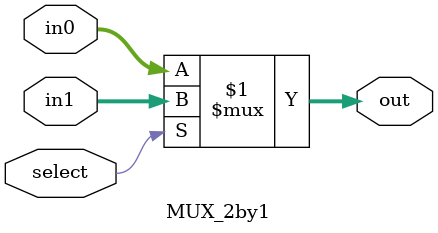
<source format=sv>
module carry_select_adder
(
    input   logic[15:0]     A,
    input   logic[15:0]     B,
    output  logic[15:0]     Sum,
    output  logic           CO
);

    /* TODO
     *
     * Insert code here to implement a carry select.
     * Your code should be completly combinational (don't use always_ff or always_latch).
     * Feel free to create sub-modules or other files. */
	  logic C0, C1, C2;
	  
	  four_bit_csa FRA0(.x(A[3:0]  ), .y(B[3:0]  ), .cin(0 ), .s(Sum[3:0]  ), .cout(c0));
	  four_bit_csa FRA1(.x(A[7:4]  ), .y(B[7:4]  ), .cin(c0), .s(Sum[7:4]  ), .cout(c1));
	  four_bit_csa FRA2(.x(A[11:8] ), .y(B[11:8] ), .cin(c1), .s(Sum[11:8] ), .cout(c2));
	  four_bit_csa FRA3(.x(A[15:12]), .y(B[15:12]), .cin(c2), .s(Sum[15:12]), .cout(CO));
     
endmodule

module four_bit_csa(
						input [3:0] x,
						input [3:0] y,
						input cin,
						output logic [3:0] s,
						output logic cout
						);
 
	wire [3:0] s0,s1;
	wire c0,c1;
 
	four_bit_ra ra0(.x(x[3:0]),.y(y[3:0]),.cin(1'b0),.s(s0[3:0]),.cout(c0));
	four_bit_ra ra1(.x(x[3:0]),.y(y[3:0]),.cin(1'b1),.s(s1[3:0]),.cout(c1));
 
	MUX_2by1 mux_s(.in0(s0[3:0]),.in1(s1[3:0]),.select(cin),.out(s[3:0]));
	MUX_2by1 mux_c(.in0(c0),.in1(c1),.select(cin),.out(cout));

endmodule


module MUX_2by1( 
				input [3:0] in0,
				input [3:0] in1,
				input select,
				output [3:0] out
				);
	assign out = (select)?in1:in0;
	
endmodule


</source>
